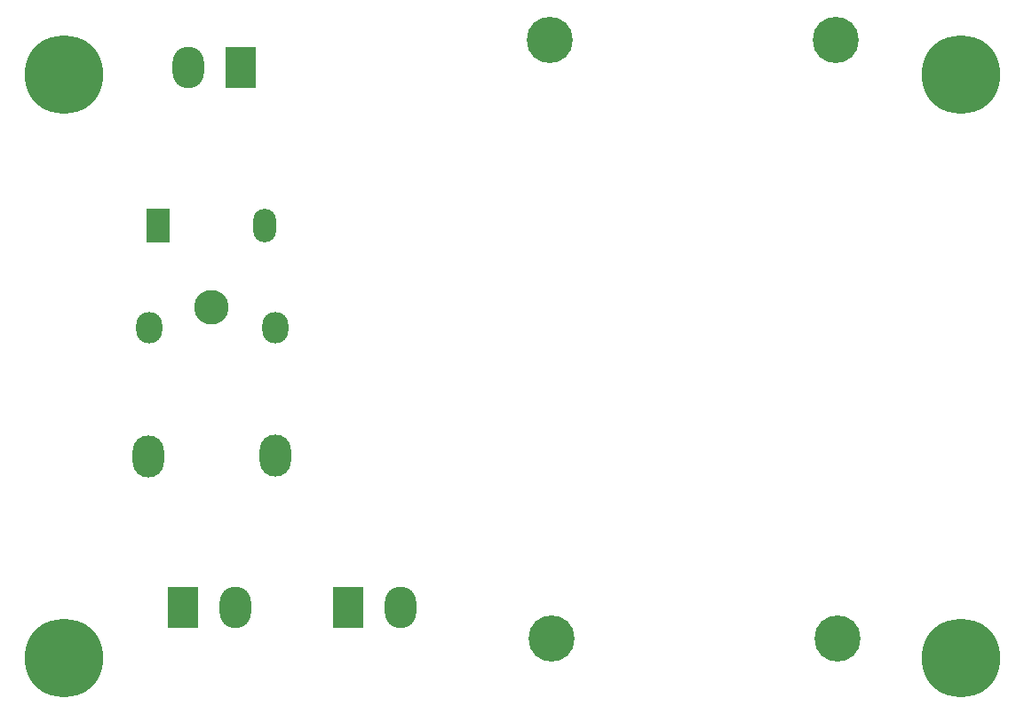
<source format=gbr>
%TF.GenerationSoftware,KiCad,Pcbnew,6.0.11+dfsg-1*%
%TF.CreationDate,2023-05-10T18:44:13-05:00*%
%TF.ProjectId,lights_control_v2,6c696768-7473-45f6-936f-6e74726f6c5f,rev?*%
%TF.SameCoordinates,Original*%
%TF.FileFunction,Copper,L2,Bot*%
%TF.FilePolarity,Positive*%
%FSLAX46Y46*%
G04 Gerber Fmt 4.6, Leading zero omitted, Abs format (unit mm)*
G04 Created by KiCad (PCBNEW 6.0.11+dfsg-1) date 2023-05-10 18:44:13*
%MOMM*%
%LPD*%
G01*
G04 APERTURE LIST*
%TA.AperFunction,ComponentPad*%
%ADD10C,7.500000*%
%TD*%
%TA.AperFunction,ComponentPad*%
%ADD11C,4.400000*%
%TD*%
%TA.AperFunction,ComponentPad*%
%ADD12O,2.200000X3.200000*%
%TD*%
%TA.AperFunction,ComponentPad*%
%ADD13R,2.200000X3.200000*%
%TD*%
%TA.AperFunction,ComponentPad*%
%ADD14O,2.500000X3.000000*%
%TD*%
%TA.AperFunction,ComponentPad*%
%ADD15O,3.000000X4.000000*%
%TD*%
%TA.AperFunction,ComponentPad*%
%ADD16C,3.300000*%
%TD*%
%TA.AperFunction,ComponentPad*%
%ADD17R,3.000000X3.960000*%
%TD*%
%TA.AperFunction,ComponentPad*%
%ADD18O,3.000000X3.960000*%
%TD*%
G04 APERTURE END LIST*
D10*
%TO.P,H4,1*%
%TO.N,N/C*%
X98400000Y-58900000D03*
%TD*%
D11*
%TO.P,H6,1*%
%TO.N,N/C*%
X144720000Y-55600000D03*
%TD*%
D12*
%TO.P,D1,2,A*%
%TO.N,3.3V SIG*%
X117580000Y-73300000D03*
D13*
%TO.P,D1,1,K*%
%TO.N,GND SIG*%
X107420000Y-73300000D03*
%TD*%
D11*
%TO.P,H5,1*%
%TO.N,N/C*%
X172200000Y-112700000D03*
%TD*%
D14*
%TO.P,K_LIGHTS1,5*%
%TO.N,GND SIG*%
X106550000Y-83050000D03*
D15*
%TO.P,K_LIGHTS1,4*%
%TO.N,LOAD +*%
X106500000Y-95300000D03*
%TO.P,K_LIGHTS1,3*%
%TO.N,unconnected-(K_LIGHTS1-Pad3)*%
X118550000Y-95250000D03*
D14*
%TO.P,K_LIGHTS1,2*%
%TO.N,3.3V SIG*%
X118550000Y-83050000D03*
D16*
%TO.P,K_LIGHTS1,1*%
%TO.N,LOAD -*%
X112500000Y-81100000D03*
%TD*%
D11*
%TO.P,H7,1*%
%TO.N,N/C*%
X172000000Y-55600000D03*
%TD*%
D10*
%TO.P,H2,1*%
%TO.N,N/C*%
X183900000Y-58900000D03*
%TD*%
D17*
%TO.P,J_IN1,1,Pin_1*%
%TO.N,3.3V SIG*%
X115300000Y-58272500D03*
D18*
%TO.P,J_IN1,2,Pin_2*%
%TO.N,GND SIG*%
X110300000Y-58272500D03*
%TD*%
D10*
%TO.P,H3,1*%
%TO.N,N/C*%
X183900000Y-114500000D03*
%TD*%
D18*
%TO.P,J_LOAD2,2,Pin_2*%
%TO.N,GND LOAD*%
X114735000Y-109700000D03*
D17*
%TO.P,J_LOAD2,1,Pin_1*%
%TO.N,LOAD +*%
X109735000Y-109700000D03*
%TD*%
D10*
%TO.P,H1,1*%
%TO.N,N/C*%
X98400000Y-114500000D03*
%TD*%
D18*
%TO.P,J_LOAD1,2,Pin_2*%
%TO.N,LOAD -*%
X130500000Y-109700000D03*
D17*
%TO.P,J_LOAD1,1,Pin_1*%
%TO.N,GND LOAD*%
X125500000Y-109700000D03*
%TD*%
D11*
%TO.P,H4,1*%
%TO.N,N/C*%
X144920000Y-112700000D03*
%TD*%
M02*

</source>
